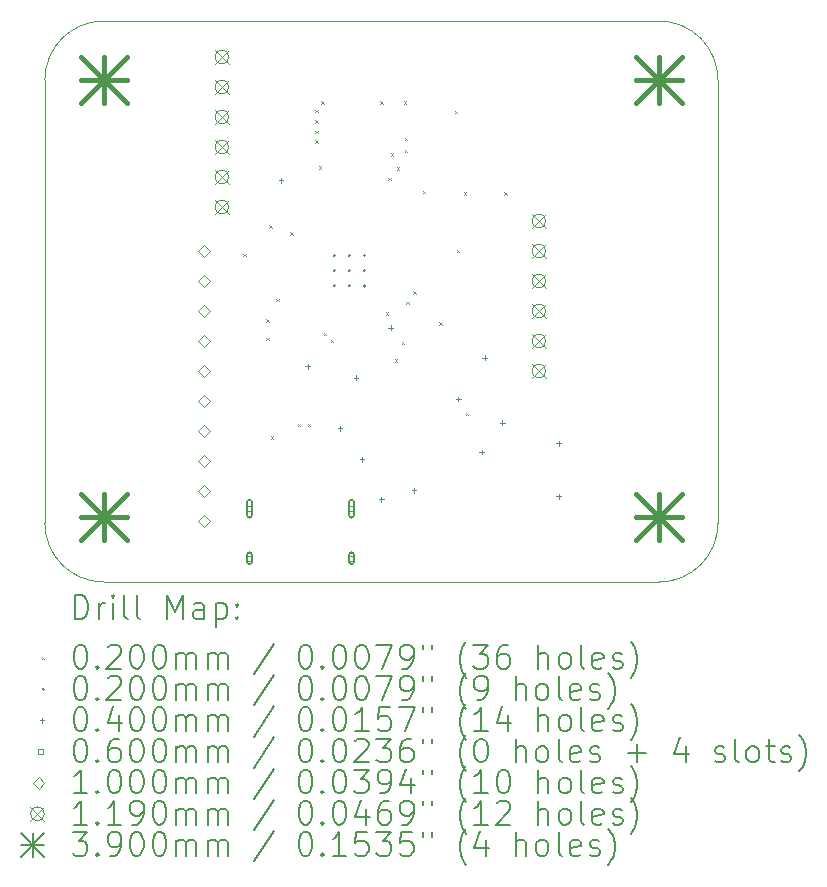
<source format=gbr>
%FSLAX45Y45*%
G04 Gerber Fmt 4.5, Leading zero omitted, Abs format (unit mm)*
G04 Created by KiCad (PCBNEW 6.0.2+dfsg-1) date 2023-01-06 20:52:03*
%MOMM*%
%LPD*%
G01*
G04 APERTURE LIST*
%TA.AperFunction,Profile*%
%ADD10C,0.050000*%
%TD*%
%ADD11C,0.200000*%
%ADD12C,0.020000*%
%ADD13C,0.040000*%
%ADD14C,0.060000*%
%ADD15C,0.100000*%
%ADD16C,0.119000*%
%ADD17C,0.390000*%
G04 APERTURE END LIST*
D10*
X7000000Y-5500000D02*
G75*
G03*
X6500000Y-6000000I0J-500000D01*
G01*
X6500000Y-9750000D02*
X6500000Y-6000000D01*
X12200000Y-6000000D02*
X12200000Y-9750000D01*
X6500000Y-9750000D02*
G75*
G03*
X7000000Y-10250000I500000J0D01*
G01*
X12200000Y-6000000D02*
G75*
G03*
X11700000Y-5500000I-500000J0D01*
G01*
X11700000Y-5500000D02*
X7000000Y-5500000D01*
X11700000Y-10250000D02*
X7000000Y-10250000D01*
X11700000Y-10250000D02*
G75*
G03*
X12200000Y-9750000I0J500000D01*
G01*
D11*
D12*
X8180000Y-7470000D02*
X8200000Y-7490000D01*
X8200000Y-7470000D02*
X8180000Y-7490000D01*
X8375000Y-8025000D02*
X8395000Y-8045000D01*
X8395000Y-8025000D02*
X8375000Y-8045000D01*
X8375000Y-8185000D02*
X8395000Y-8205000D01*
X8395000Y-8185000D02*
X8375000Y-8205000D01*
X8400000Y-7230000D02*
X8420000Y-7250000D01*
X8420000Y-7230000D02*
X8400000Y-7250000D01*
X8415000Y-9015000D02*
X8435000Y-9035000D01*
X8435000Y-9015000D02*
X8415000Y-9035000D01*
X8460000Y-7850000D02*
X8480000Y-7870000D01*
X8480000Y-7850000D02*
X8460000Y-7870000D01*
X8580000Y-7290000D02*
X8600000Y-7310000D01*
X8600000Y-7290000D02*
X8580000Y-7310000D01*
X8643700Y-8910000D02*
X8663700Y-8930000D01*
X8663700Y-8910000D02*
X8643700Y-8930000D01*
X8728700Y-8910000D02*
X8748700Y-8930000D01*
X8748700Y-8910000D02*
X8728700Y-8930000D01*
X8790000Y-6250000D02*
X8810000Y-6270000D01*
X8810000Y-6250000D02*
X8790000Y-6270000D01*
X8790000Y-6340000D02*
X8810000Y-6360000D01*
X8810000Y-6340000D02*
X8790000Y-6360000D01*
X8790000Y-6430000D02*
X8810000Y-6450000D01*
X8810000Y-6430000D02*
X8790000Y-6450000D01*
X8790000Y-6510000D02*
X8810000Y-6530000D01*
X8810000Y-6510000D02*
X8790000Y-6530000D01*
X8820000Y-6730000D02*
X8840000Y-6750000D01*
X8840000Y-6730000D02*
X8820000Y-6750000D01*
X8840000Y-6180000D02*
X8860000Y-6200000D01*
X8860000Y-6180000D02*
X8840000Y-6200000D01*
X8860837Y-8140420D02*
X8880837Y-8160420D01*
X8880837Y-8140420D02*
X8860837Y-8160420D01*
X8920941Y-8200524D02*
X8940941Y-8220524D01*
X8940941Y-8200524D02*
X8920941Y-8220524D01*
X9340000Y-6180000D02*
X9360000Y-6200000D01*
X9360000Y-6180000D02*
X9340000Y-6200000D01*
X9390000Y-7965000D02*
X9410000Y-7985000D01*
X9410000Y-7965000D02*
X9390000Y-7985000D01*
X9410000Y-6830000D02*
X9430000Y-6850000D01*
X9430000Y-6830000D02*
X9410000Y-6850000D01*
X9430000Y-6620000D02*
X9450000Y-6640000D01*
X9450000Y-6620000D02*
X9430000Y-6640000D01*
X9465000Y-8365000D02*
X9485000Y-8385000D01*
X9485000Y-8365000D02*
X9465000Y-8385000D01*
X9480000Y-6740000D02*
X9500000Y-6760000D01*
X9500000Y-6740000D02*
X9480000Y-6760000D01*
X9521964Y-8216874D02*
X9541964Y-8236874D01*
X9541964Y-8216874D02*
X9521964Y-8236874D01*
X9540000Y-6180000D02*
X9560000Y-6200000D01*
X9560000Y-6180000D02*
X9540000Y-6200000D01*
X9550000Y-6490000D02*
X9570000Y-6510000D01*
X9570000Y-6490000D02*
X9550000Y-6510000D01*
X9550000Y-6590000D02*
X9570000Y-6610000D01*
X9570000Y-6590000D02*
X9550000Y-6610000D01*
X9560000Y-7880000D02*
X9580000Y-7900000D01*
X9580000Y-7880000D02*
X9560000Y-7900000D01*
X9620000Y-7790000D02*
X9640000Y-7810000D01*
X9640000Y-7790000D02*
X9620000Y-7810000D01*
X9700000Y-6940000D02*
X9720000Y-6960000D01*
X9720000Y-6940000D02*
X9700000Y-6960000D01*
X9840000Y-8050000D02*
X9860000Y-8070000D01*
X9860000Y-8050000D02*
X9840000Y-8070000D01*
X9970000Y-6260000D02*
X9990000Y-6280000D01*
X9990000Y-6260000D02*
X9970000Y-6280000D01*
X9990000Y-7440000D02*
X10010000Y-7460000D01*
X10010000Y-7440000D02*
X9990000Y-7460000D01*
X10050000Y-6950000D02*
X10070000Y-6970000D01*
X10070000Y-6950000D02*
X10050000Y-6970000D01*
X10065000Y-8815000D02*
X10085000Y-8835000D01*
X10085000Y-8815000D02*
X10065000Y-8835000D01*
X10390000Y-6950000D02*
X10410000Y-6970000D01*
X10410000Y-6950000D02*
X10390000Y-6970000D01*
X8961500Y-7487500D02*
G75*
G03*
X8961500Y-7487500I-10000J0D01*
G01*
X8961500Y-7615000D02*
G75*
G03*
X8961500Y-7615000I-10000J0D01*
G01*
X8961500Y-7742500D02*
G75*
G03*
X8961500Y-7742500I-10000J0D01*
G01*
X9089000Y-7487500D02*
G75*
G03*
X9089000Y-7487500I-10000J0D01*
G01*
X9089000Y-7615000D02*
G75*
G03*
X9089000Y-7615000I-10000J0D01*
G01*
X9089000Y-7742500D02*
G75*
G03*
X9089000Y-7742500I-10000J0D01*
G01*
X9216500Y-7487500D02*
G75*
G03*
X9216500Y-7487500I-10000J0D01*
G01*
X9216500Y-7615000D02*
G75*
G03*
X9216500Y-7615000I-10000J0D01*
G01*
X9216500Y-7742500D02*
G75*
G03*
X9216500Y-7742500I-10000J0D01*
G01*
D13*
X8500000Y-6830000D02*
X8500000Y-6870000D01*
X8480000Y-6850000D02*
X8520000Y-6850000D01*
X8725000Y-8405000D02*
X8725000Y-8445000D01*
X8705000Y-8425000D02*
X8745000Y-8425000D01*
X9000000Y-8930000D02*
X9000000Y-8970000D01*
X8980000Y-8950000D02*
X9020000Y-8950000D01*
X9135000Y-8500000D02*
X9135000Y-8540000D01*
X9115000Y-8520000D02*
X9155000Y-8520000D01*
X9185000Y-9190000D02*
X9185000Y-9230000D01*
X9165000Y-9210000D02*
X9205000Y-9210000D01*
X9350000Y-9530000D02*
X9350000Y-9570000D01*
X9330000Y-9550000D02*
X9370000Y-9550000D01*
X9427212Y-8077788D02*
X9427212Y-8117788D01*
X9407212Y-8097788D02*
X9447212Y-8097788D01*
X9625000Y-9455000D02*
X9625000Y-9495000D01*
X9605000Y-9475000D02*
X9645000Y-9475000D01*
X10000000Y-8680000D02*
X10000000Y-8720000D01*
X9980000Y-8700000D02*
X10020000Y-8700000D01*
X10200000Y-9130000D02*
X10200000Y-9170000D01*
X10180000Y-9150000D02*
X10220000Y-9150000D01*
X10225000Y-8330000D02*
X10225000Y-8370000D01*
X10205000Y-8350000D02*
X10245000Y-8350000D01*
X10375000Y-8880000D02*
X10375000Y-8920000D01*
X10355000Y-8900000D02*
X10395000Y-8900000D01*
X10850000Y-9055000D02*
X10850000Y-9095000D01*
X10830000Y-9075000D02*
X10870000Y-9075000D01*
X10850000Y-9505000D02*
X10850000Y-9545000D01*
X10830000Y-9525000D02*
X10870000Y-9525000D01*
D14*
X8254213Y-9650713D02*
X8254213Y-9608287D01*
X8211787Y-9608287D01*
X8211787Y-9650713D01*
X8254213Y-9650713D01*
D11*
X8213000Y-9574500D02*
X8213000Y-9684500D01*
X8253000Y-9574500D02*
X8253000Y-9684500D01*
X8213000Y-9684500D02*
G75*
G03*
X8253000Y-9684500I20000J0D01*
G01*
X8253000Y-9574500D02*
G75*
G03*
X8213000Y-9574500I-20000J0D01*
G01*
D14*
X8254213Y-10068713D02*
X8254213Y-10026287D01*
X8211787Y-10026287D01*
X8211787Y-10068713D01*
X8254213Y-10068713D01*
D11*
X8213000Y-10017500D02*
X8213000Y-10077500D01*
X8253000Y-10017500D02*
X8253000Y-10077500D01*
X8213000Y-10077500D02*
G75*
G03*
X8253000Y-10077500I20000J0D01*
G01*
X8253000Y-10017500D02*
G75*
G03*
X8213000Y-10017500I-20000J0D01*
G01*
D14*
X9118213Y-9650713D02*
X9118213Y-9608287D01*
X9075787Y-9608287D01*
X9075787Y-9650713D01*
X9118213Y-9650713D01*
D11*
X9077000Y-9574500D02*
X9077000Y-9684500D01*
X9117000Y-9574500D02*
X9117000Y-9684500D01*
X9077000Y-9684500D02*
G75*
G03*
X9117000Y-9684500I20000J0D01*
G01*
X9117000Y-9574500D02*
G75*
G03*
X9077000Y-9574500I-20000J0D01*
G01*
D14*
X9118213Y-10068713D02*
X9118213Y-10026287D01*
X9075787Y-10026287D01*
X9075787Y-10068713D01*
X9118213Y-10068713D01*
D11*
X9077000Y-10017500D02*
X9077000Y-10077500D01*
X9117000Y-10017500D02*
X9117000Y-10077500D01*
X9077000Y-10077500D02*
G75*
G03*
X9117000Y-10077500I20000J0D01*
G01*
X9117000Y-10017500D02*
G75*
G03*
X9077000Y-10017500I-20000J0D01*
G01*
D15*
X7850000Y-7500000D02*
X7900000Y-7450000D01*
X7850000Y-7400000D01*
X7800000Y-7450000D01*
X7850000Y-7500000D01*
X7850000Y-7754000D02*
X7900000Y-7704000D01*
X7850000Y-7654000D01*
X7800000Y-7704000D01*
X7850000Y-7754000D01*
X7850000Y-8008000D02*
X7900000Y-7958000D01*
X7850000Y-7908000D01*
X7800000Y-7958000D01*
X7850000Y-8008000D01*
X7850000Y-8262000D02*
X7900000Y-8212000D01*
X7850000Y-8162000D01*
X7800000Y-8212000D01*
X7850000Y-8262000D01*
X7850000Y-8516000D02*
X7900000Y-8466000D01*
X7850000Y-8416000D01*
X7800000Y-8466000D01*
X7850000Y-8516000D01*
X7850000Y-8770000D02*
X7900000Y-8720000D01*
X7850000Y-8670000D01*
X7800000Y-8720000D01*
X7850000Y-8770000D01*
X7850000Y-9024000D02*
X7900000Y-8974000D01*
X7850000Y-8924000D01*
X7800000Y-8974000D01*
X7850000Y-9024000D01*
X7850000Y-9278000D02*
X7900000Y-9228000D01*
X7850000Y-9178000D01*
X7800000Y-9228000D01*
X7850000Y-9278000D01*
X7850000Y-9532000D02*
X7900000Y-9482000D01*
X7850000Y-9432000D01*
X7800000Y-9482000D01*
X7850000Y-9532000D01*
X7850000Y-9786000D02*
X7900000Y-9736000D01*
X7850000Y-9686000D01*
X7800000Y-9736000D01*
X7850000Y-9786000D01*
D16*
X7940500Y-5745500D02*
X8059500Y-5864500D01*
X8059500Y-5745500D02*
X7940500Y-5864500D01*
X8059500Y-5805000D02*
G75*
G03*
X8059500Y-5805000I-59500J0D01*
G01*
X7940500Y-5999500D02*
X8059500Y-6118500D01*
X8059500Y-5999500D02*
X7940500Y-6118500D01*
X8059500Y-6059000D02*
G75*
G03*
X8059500Y-6059000I-59500J0D01*
G01*
X7940500Y-6253500D02*
X8059500Y-6372500D01*
X8059500Y-6253500D02*
X7940500Y-6372500D01*
X8059500Y-6313000D02*
G75*
G03*
X8059500Y-6313000I-59500J0D01*
G01*
X7940500Y-6507500D02*
X8059500Y-6626500D01*
X8059500Y-6507500D02*
X7940500Y-6626500D01*
X8059500Y-6567000D02*
G75*
G03*
X8059500Y-6567000I-59500J0D01*
G01*
X7940500Y-6761500D02*
X8059500Y-6880500D01*
X8059500Y-6761500D02*
X7940500Y-6880500D01*
X8059500Y-6821000D02*
G75*
G03*
X8059500Y-6821000I-59500J0D01*
G01*
X7940500Y-7015500D02*
X8059500Y-7134500D01*
X8059500Y-7015500D02*
X7940500Y-7134500D01*
X8059500Y-7075000D02*
G75*
G03*
X8059500Y-7075000I-59500J0D01*
G01*
X10623700Y-7134100D02*
X10742700Y-7253100D01*
X10742700Y-7134100D02*
X10623700Y-7253100D01*
X10742700Y-7193600D02*
G75*
G03*
X10742700Y-7193600I-59500J0D01*
G01*
X10623700Y-7388100D02*
X10742700Y-7507100D01*
X10742700Y-7388100D02*
X10623700Y-7507100D01*
X10742700Y-7447600D02*
G75*
G03*
X10742700Y-7447600I-59500J0D01*
G01*
X10623700Y-7642100D02*
X10742700Y-7761100D01*
X10742700Y-7642100D02*
X10623700Y-7761100D01*
X10742700Y-7701600D02*
G75*
G03*
X10742700Y-7701600I-59500J0D01*
G01*
X10623700Y-7896100D02*
X10742700Y-8015100D01*
X10742700Y-7896100D02*
X10623700Y-8015100D01*
X10742700Y-7955600D02*
G75*
G03*
X10742700Y-7955600I-59500J0D01*
G01*
X10623700Y-8150100D02*
X10742700Y-8269100D01*
X10742700Y-8150100D02*
X10623700Y-8269100D01*
X10742700Y-8209600D02*
G75*
G03*
X10742700Y-8209600I-59500J0D01*
G01*
X10623700Y-8404100D02*
X10742700Y-8523100D01*
X10742700Y-8404100D02*
X10623700Y-8523100D01*
X10742700Y-8463600D02*
G75*
G03*
X10742700Y-8463600I-59500J0D01*
G01*
D17*
X6805000Y-5805000D02*
X7195000Y-6195000D01*
X7195000Y-5805000D02*
X6805000Y-6195000D01*
X7000000Y-5805000D02*
X7000000Y-6195000D01*
X6805000Y-6000000D02*
X7195000Y-6000000D01*
X6805000Y-9505000D02*
X7195000Y-9895000D01*
X7195000Y-9505000D02*
X6805000Y-9895000D01*
X7000000Y-9505000D02*
X7000000Y-9895000D01*
X6805000Y-9700000D02*
X7195000Y-9700000D01*
X11505000Y-5805000D02*
X11895000Y-6195000D01*
X11895000Y-5805000D02*
X11505000Y-6195000D01*
X11700000Y-5805000D02*
X11700000Y-6195000D01*
X11505000Y-6000000D02*
X11895000Y-6000000D01*
X11505000Y-9505000D02*
X11895000Y-9895000D01*
X11895000Y-9505000D02*
X11505000Y-9895000D01*
X11700000Y-9505000D02*
X11700000Y-9895000D01*
X11505000Y-9700000D02*
X11895000Y-9700000D01*
D11*
X6755119Y-10562976D02*
X6755119Y-10362976D01*
X6802738Y-10362976D01*
X6831309Y-10372500D01*
X6850357Y-10391548D01*
X6859881Y-10410595D01*
X6869405Y-10448690D01*
X6869405Y-10477262D01*
X6859881Y-10515357D01*
X6850357Y-10534405D01*
X6831309Y-10553452D01*
X6802738Y-10562976D01*
X6755119Y-10562976D01*
X6955119Y-10562976D02*
X6955119Y-10429643D01*
X6955119Y-10467738D02*
X6964643Y-10448690D01*
X6974167Y-10439167D01*
X6993214Y-10429643D01*
X7012262Y-10429643D01*
X7078928Y-10562976D02*
X7078928Y-10429643D01*
X7078928Y-10362976D02*
X7069405Y-10372500D01*
X7078928Y-10382024D01*
X7088452Y-10372500D01*
X7078928Y-10362976D01*
X7078928Y-10382024D01*
X7202738Y-10562976D02*
X7183690Y-10553452D01*
X7174167Y-10534405D01*
X7174167Y-10362976D01*
X7307500Y-10562976D02*
X7288452Y-10553452D01*
X7278928Y-10534405D01*
X7278928Y-10362976D01*
X7536071Y-10562976D02*
X7536071Y-10362976D01*
X7602738Y-10505833D01*
X7669405Y-10362976D01*
X7669405Y-10562976D01*
X7850357Y-10562976D02*
X7850357Y-10458214D01*
X7840833Y-10439167D01*
X7821786Y-10429643D01*
X7783690Y-10429643D01*
X7764643Y-10439167D01*
X7850357Y-10553452D02*
X7831309Y-10562976D01*
X7783690Y-10562976D01*
X7764643Y-10553452D01*
X7755119Y-10534405D01*
X7755119Y-10515357D01*
X7764643Y-10496310D01*
X7783690Y-10486786D01*
X7831309Y-10486786D01*
X7850357Y-10477262D01*
X7945595Y-10429643D02*
X7945595Y-10629643D01*
X7945595Y-10439167D02*
X7964643Y-10429643D01*
X8002738Y-10429643D01*
X8021786Y-10439167D01*
X8031309Y-10448690D01*
X8040833Y-10467738D01*
X8040833Y-10524881D01*
X8031309Y-10543929D01*
X8021786Y-10553452D01*
X8002738Y-10562976D01*
X7964643Y-10562976D01*
X7945595Y-10553452D01*
X8126548Y-10543929D02*
X8136071Y-10553452D01*
X8126548Y-10562976D01*
X8117024Y-10553452D01*
X8126548Y-10543929D01*
X8126548Y-10562976D01*
X8126548Y-10439167D02*
X8136071Y-10448690D01*
X8126548Y-10458214D01*
X8117024Y-10448690D01*
X8126548Y-10439167D01*
X8126548Y-10458214D01*
D12*
X6477500Y-10882500D02*
X6497500Y-10902500D01*
X6497500Y-10882500D02*
X6477500Y-10902500D01*
D11*
X6793214Y-10782976D02*
X6812262Y-10782976D01*
X6831309Y-10792500D01*
X6840833Y-10802024D01*
X6850357Y-10821071D01*
X6859881Y-10859167D01*
X6859881Y-10906786D01*
X6850357Y-10944881D01*
X6840833Y-10963929D01*
X6831309Y-10973452D01*
X6812262Y-10982976D01*
X6793214Y-10982976D01*
X6774167Y-10973452D01*
X6764643Y-10963929D01*
X6755119Y-10944881D01*
X6745595Y-10906786D01*
X6745595Y-10859167D01*
X6755119Y-10821071D01*
X6764643Y-10802024D01*
X6774167Y-10792500D01*
X6793214Y-10782976D01*
X6945595Y-10963929D02*
X6955119Y-10973452D01*
X6945595Y-10982976D01*
X6936071Y-10973452D01*
X6945595Y-10963929D01*
X6945595Y-10982976D01*
X7031309Y-10802024D02*
X7040833Y-10792500D01*
X7059881Y-10782976D01*
X7107500Y-10782976D01*
X7126548Y-10792500D01*
X7136071Y-10802024D01*
X7145595Y-10821071D01*
X7145595Y-10840119D01*
X7136071Y-10868690D01*
X7021786Y-10982976D01*
X7145595Y-10982976D01*
X7269405Y-10782976D02*
X7288452Y-10782976D01*
X7307500Y-10792500D01*
X7317024Y-10802024D01*
X7326548Y-10821071D01*
X7336071Y-10859167D01*
X7336071Y-10906786D01*
X7326548Y-10944881D01*
X7317024Y-10963929D01*
X7307500Y-10973452D01*
X7288452Y-10982976D01*
X7269405Y-10982976D01*
X7250357Y-10973452D01*
X7240833Y-10963929D01*
X7231309Y-10944881D01*
X7221786Y-10906786D01*
X7221786Y-10859167D01*
X7231309Y-10821071D01*
X7240833Y-10802024D01*
X7250357Y-10792500D01*
X7269405Y-10782976D01*
X7459881Y-10782976D02*
X7478928Y-10782976D01*
X7497976Y-10792500D01*
X7507500Y-10802024D01*
X7517024Y-10821071D01*
X7526548Y-10859167D01*
X7526548Y-10906786D01*
X7517024Y-10944881D01*
X7507500Y-10963929D01*
X7497976Y-10973452D01*
X7478928Y-10982976D01*
X7459881Y-10982976D01*
X7440833Y-10973452D01*
X7431309Y-10963929D01*
X7421786Y-10944881D01*
X7412262Y-10906786D01*
X7412262Y-10859167D01*
X7421786Y-10821071D01*
X7431309Y-10802024D01*
X7440833Y-10792500D01*
X7459881Y-10782976D01*
X7612262Y-10982976D02*
X7612262Y-10849643D01*
X7612262Y-10868690D02*
X7621786Y-10859167D01*
X7640833Y-10849643D01*
X7669405Y-10849643D01*
X7688452Y-10859167D01*
X7697976Y-10878214D01*
X7697976Y-10982976D01*
X7697976Y-10878214D02*
X7707500Y-10859167D01*
X7726548Y-10849643D01*
X7755119Y-10849643D01*
X7774167Y-10859167D01*
X7783690Y-10878214D01*
X7783690Y-10982976D01*
X7878928Y-10982976D02*
X7878928Y-10849643D01*
X7878928Y-10868690D02*
X7888452Y-10859167D01*
X7907500Y-10849643D01*
X7936071Y-10849643D01*
X7955119Y-10859167D01*
X7964643Y-10878214D01*
X7964643Y-10982976D01*
X7964643Y-10878214D02*
X7974167Y-10859167D01*
X7993214Y-10849643D01*
X8021786Y-10849643D01*
X8040833Y-10859167D01*
X8050357Y-10878214D01*
X8050357Y-10982976D01*
X8440833Y-10773452D02*
X8269405Y-11030595D01*
X8697976Y-10782976D02*
X8717024Y-10782976D01*
X8736071Y-10792500D01*
X8745595Y-10802024D01*
X8755119Y-10821071D01*
X8764643Y-10859167D01*
X8764643Y-10906786D01*
X8755119Y-10944881D01*
X8745595Y-10963929D01*
X8736071Y-10973452D01*
X8717024Y-10982976D01*
X8697976Y-10982976D01*
X8678929Y-10973452D01*
X8669405Y-10963929D01*
X8659881Y-10944881D01*
X8650357Y-10906786D01*
X8650357Y-10859167D01*
X8659881Y-10821071D01*
X8669405Y-10802024D01*
X8678929Y-10792500D01*
X8697976Y-10782976D01*
X8850357Y-10963929D02*
X8859881Y-10973452D01*
X8850357Y-10982976D01*
X8840833Y-10973452D01*
X8850357Y-10963929D01*
X8850357Y-10982976D01*
X8983690Y-10782976D02*
X9002738Y-10782976D01*
X9021786Y-10792500D01*
X9031310Y-10802024D01*
X9040833Y-10821071D01*
X9050357Y-10859167D01*
X9050357Y-10906786D01*
X9040833Y-10944881D01*
X9031310Y-10963929D01*
X9021786Y-10973452D01*
X9002738Y-10982976D01*
X8983690Y-10982976D01*
X8964643Y-10973452D01*
X8955119Y-10963929D01*
X8945595Y-10944881D01*
X8936071Y-10906786D01*
X8936071Y-10859167D01*
X8945595Y-10821071D01*
X8955119Y-10802024D01*
X8964643Y-10792500D01*
X8983690Y-10782976D01*
X9174167Y-10782976D02*
X9193214Y-10782976D01*
X9212262Y-10792500D01*
X9221786Y-10802024D01*
X9231310Y-10821071D01*
X9240833Y-10859167D01*
X9240833Y-10906786D01*
X9231310Y-10944881D01*
X9221786Y-10963929D01*
X9212262Y-10973452D01*
X9193214Y-10982976D01*
X9174167Y-10982976D01*
X9155119Y-10973452D01*
X9145595Y-10963929D01*
X9136071Y-10944881D01*
X9126548Y-10906786D01*
X9126548Y-10859167D01*
X9136071Y-10821071D01*
X9145595Y-10802024D01*
X9155119Y-10792500D01*
X9174167Y-10782976D01*
X9307500Y-10782976D02*
X9440833Y-10782976D01*
X9355119Y-10982976D01*
X9526548Y-10982976D02*
X9564643Y-10982976D01*
X9583690Y-10973452D01*
X9593214Y-10963929D01*
X9612262Y-10935357D01*
X9621786Y-10897262D01*
X9621786Y-10821071D01*
X9612262Y-10802024D01*
X9602738Y-10792500D01*
X9583690Y-10782976D01*
X9545595Y-10782976D01*
X9526548Y-10792500D01*
X9517024Y-10802024D01*
X9507500Y-10821071D01*
X9507500Y-10868690D01*
X9517024Y-10887738D01*
X9526548Y-10897262D01*
X9545595Y-10906786D01*
X9583690Y-10906786D01*
X9602738Y-10897262D01*
X9612262Y-10887738D01*
X9621786Y-10868690D01*
X9697976Y-10782976D02*
X9697976Y-10821071D01*
X9774167Y-10782976D02*
X9774167Y-10821071D01*
X10069405Y-11059167D02*
X10059881Y-11049643D01*
X10040833Y-11021071D01*
X10031310Y-11002024D01*
X10021786Y-10973452D01*
X10012262Y-10925833D01*
X10012262Y-10887738D01*
X10021786Y-10840119D01*
X10031310Y-10811548D01*
X10040833Y-10792500D01*
X10059881Y-10763929D01*
X10069405Y-10754405D01*
X10126548Y-10782976D02*
X10250357Y-10782976D01*
X10183690Y-10859167D01*
X10212262Y-10859167D01*
X10231310Y-10868690D01*
X10240833Y-10878214D01*
X10250357Y-10897262D01*
X10250357Y-10944881D01*
X10240833Y-10963929D01*
X10231310Y-10973452D01*
X10212262Y-10982976D01*
X10155119Y-10982976D01*
X10136071Y-10973452D01*
X10126548Y-10963929D01*
X10421786Y-10782976D02*
X10383690Y-10782976D01*
X10364643Y-10792500D01*
X10355119Y-10802024D01*
X10336071Y-10830595D01*
X10326548Y-10868690D01*
X10326548Y-10944881D01*
X10336071Y-10963929D01*
X10345595Y-10973452D01*
X10364643Y-10982976D01*
X10402738Y-10982976D01*
X10421786Y-10973452D01*
X10431310Y-10963929D01*
X10440833Y-10944881D01*
X10440833Y-10897262D01*
X10431310Y-10878214D01*
X10421786Y-10868690D01*
X10402738Y-10859167D01*
X10364643Y-10859167D01*
X10345595Y-10868690D01*
X10336071Y-10878214D01*
X10326548Y-10897262D01*
X10678929Y-10982976D02*
X10678929Y-10782976D01*
X10764643Y-10982976D02*
X10764643Y-10878214D01*
X10755119Y-10859167D01*
X10736071Y-10849643D01*
X10707500Y-10849643D01*
X10688452Y-10859167D01*
X10678929Y-10868690D01*
X10888452Y-10982976D02*
X10869405Y-10973452D01*
X10859881Y-10963929D01*
X10850357Y-10944881D01*
X10850357Y-10887738D01*
X10859881Y-10868690D01*
X10869405Y-10859167D01*
X10888452Y-10849643D01*
X10917024Y-10849643D01*
X10936071Y-10859167D01*
X10945595Y-10868690D01*
X10955119Y-10887738D01*
X10955119Y-10944881D01*
X10945595Y-10963929D01*
X10936071Y-10973452D01*
X10917024Y-10982976D01*
X10888452Y-10982976D01*
X11069405Y-10982976D02*
X11050357Y-10973452D01*
X11040833Y-10954405D01*
X11040833Y-10782976D01*
X11221786Y-10973452D02*
X11202738Y-10982976D01*
X11164643Y-10982976D01*
X11145595Y-10973452D01*
X11136071Y-10954405D01*
X11136071Y-10878214D01*
X11145595Y-10859167D01*
X11164643Y-10849643D01*
X11202738Y-10849643D01*
X11221786Y-10859167D01*
X11231309Y-10878214D01*
X11231309Y-10897262D01*
X11136071Y-10916310D01*
X11307500Y-10973452D02*
X11326548Y-10982976D01*
X11364643Y-10982976D01*
X11383690Y-10973452D01*
X11393214Y-10954405D01*
X11393214Y-10944881D01*
X11383690Y-10925833D01*
X11364643Y-10916310D01*
X11336071Y-10916310D01*
X11317024Y-10906786D01*
X11307500Y-10887738D01*
X11307500Y-10878214D01*
X11317024Y-10859167D01*
X11336071Y-10849643D01*
X11364643Y-10849643D01*
X11383690Y-10859167D01*
X11459881Y-11059167D02*
X11469405Y-11049643D01*
X11488452Y-11021071D01*
X11497976Y-11002024D01*
X11507500Y-10973452D01*
X11517024Y-10925833D01*
X11517024Y-10887738D01*
X11507500Y-10840119D01*
X11497976Y-10811548D01*
X11488452Y-10792500D01*
X11469405Y-10763929D01*
X11459881Y-10754405D01*
D12*
X6497500Y-11156500D02*
G75*
G03*
X6497500Y-11156500I-10000J0D01*
G01*
D11*
X6793214Y-11046976D02*
X6812262Y-11046976D01*
X6831309Y-11056500D01*
X6840833Y-11066024D01*
X6850357Y-11085071D01*
X6859881Y-11123167D01*
X6859881Y-11170786D01*
X6850357Y-11208881D01*
X6840833Y-11227928D01*
X6831309Y-11237452D01*
X6812262Y-11246976D01*
X6793214Y-11246976D01*
X6774167Y-11237452D01*
X6764643Y-11227928D01*
X6755119Y-11208881D01*
X6745595Y-11170786D01*
X6745595Y-11123167D01*
X6755119Y-11085071D01*
X6764643Y-11066024D01*
X6774167Y-11056500D01*
X6793214Y-11046976D01*
X6945595Y-11227928D02*
X6955119Y-11237452D01*
X6945595Y-11246976D01*
X6936071Y-11237452D01*
X6945595Y-11227928D01*
X6945595Y-11246976D01*
X7031309Y-11066024D02*
X7040833Y-11056500D01*
X7059881Y-11046976D01*
X7107500Y-11046976D01*
X7126548Y-11056500D01*
X7136071Y-11066024D01*
X7145595Y-11085071D01*
X7145595Y-11104119D01*
X7136071Y-11132690D01*
X7021786Y-11246976D01*
X7145595Y-11246976D01*
X7269405Y-11046976D02*
X7288452Y-11046976D01*
X7307500Y-11056500D01*
X7317024Y-11066024D01*
X7326548Y-11085071D01*
X7336071Y-11123167D01*
X7336071Y-11170786D01*
X7326548Y-11208881D01*
X7317024Y-11227928D01*
X7307500Y-11237452D01*
X7288452Y-11246976D01*
X7269405Y-11246976D01*
X7250357Y-11237452D01*
X7240833Y-11227928D01*
X7231309Y-11208881D01*
X7221786Y-11170786D01*
X7221786Y-11123167D01*
X7231309Y-11085071D01*
X7240833Y-11066024D01*
X7250357Y-11056500D01*
X7269405Y-11046976D01*
X7459881Y-11046976D02*
X7478928Y-11046976D01*
X7497976Y-11056500D01*
X7507500Y-11066024D01*
X7517024Y-11085071D01*
X7526548Y-11123167D01*
X7526548Y-11170786D01*
X7517024Y-11208881D01*
X7507500Y-11227928D01*
X7497976Y-11237452D01*
X7478928Y-11246976D01*
X7459881Y-11246976D01*
X7440833Y-11237452D01*
X7431309Y-11227928D01*
X7421786Y-11208881D01*
X7412262Y-11170786D01*
X7412262Y-11123167D01*
X7421786Y-11085071D01*
X7431309Y-11066024D01*
X7440833Y-11056500D01*
X7459881Y-11046976D01*
X7612262Y-11246976D02*
X7612262Y-11113643D01*
X7612262Y-11132690D02*
X7621786Y-11123167D01*
X7640833Y-11113643D01*
X7669405Y-11113643D01*
X7688452Y-11123167D01*
X7697976Y-11142214D01*
X7697976Y-11246976D01*
X7697976Y-11142214D02*
X7707500Y-11123167D01*
X7726548Y-11113643D01*
X7755119Y-11113643D01*
X7774167Y-11123167D01*
X7783690Y-11142214D01*
X7783690Y-11246976D01*
X7878928Y-11246976D02*
X7878928Y-11113643D01*
X7878928Y-11132690D02*
X7888452Y-11123167D01*
X7907500Y-11113643D01*
X7936071Y-11113643D01*
X7955119Y-11123167D01*
X7964643Y-11142214D01*
X7964643Y-11246976D01*
X7964643Y-11142214D02*
X7974167Y-11123167D01*
X7993214Y-11113643D01*
X8021786Y-11113643D01*
X8040833Y-11123167D01*
X8050357Y-11142214D01*
X8050357Y-11246976D01*
X8440833Y-11037452D02*
X8269405Y-11294595D01*
X8697976Y-11046976D02*
X8717024Y-11046976D01*
X8736071Y-11056500D01*
X8745595Y-11066024D01*
X8755119Y-11085071D01*
X8764643Y-11123167D01*
X8764643Y-11170786D01*
X8755119Y-11208881D01*
X8745595Y-11227928D01*
X8736071Y-11237452D01*
X8717024Y-11246976D01*
X8697976Y-11246976D01*
X8678929Y-11237452D01*
X8669405Y-11227928D01*
X8659881Y-11208881D01*
X8650357Y-11170786D01*
X8650357Y-11123167D01*
X8659881Y-11085071D01*
X8669405Y-11066024D01*
X8678929Y-11056500D01*
X8697976Y-11046976D01*
X8850357Y-11227928D02*
X8859881Y-11237452D01*
X8850357Y-11246976D01*
X8840833Y-11237452D01*
X8850357Y-11227928D01*
X8850357Y-11246976D01*
X8983690Y-11046976D02*
X9002738Y-11046976D01*
X9021786Y-11056500D01*
X9031310Y-11066024D01*
X9040833Y-11085071D01*
X9050357Y-11123167D01*
X9050357Y-11170786D01*
X9040833Y-11208881D01*
X9031310Y-11227928D01*
X9021786Y-11237452D01*
X9002738Y-11246976D01*
X8983690Y-11246976D01*
X8964643Y-11237452D01*
X8955119Y-11227928D01*
X8945595Y-11208881D01*
X8936071Y-11170786D01*
X8936071Y-11123167D01*
X8945595Y-11085071D01*
X8955119Y-11066024D01*
X8964643Y-11056500D01*
X8983690Y-11046976D01*
X9174167Y-11046976D02*
X9193214Y-11046976D01*
X9212262Y-11056500D01*
X9221786Y-11066024D01*
X9231310Y-11085071D01*
X9240833Y-11123167D01*
X9240833Y-11170786D01*
X9231310Y-11208881D01*
X9221786Y-11227928D01*
X9212262Y-11237452D01*
X9193214Y-11246976D01*
X9174167Y-11246976D01*
X9155119Y-11237452D01*
X9145595Y-11227928D01*
X9136071Y-11208881D01*
X9126548Y-11170786D01*
X9126548Y-11123167D01*
X9136071Y-11085071D01*
X9145595Y-11066024D01*
X9155119Y-11056500D01*
X9174167Y-11046976D01*
X9307500Y-11046976D02*
X9440833Y-11046976D01*
X9355119Y-11246976D01*
X9526548Y-11246976D02*
X9564643Y-11246976D01*
X9583690Y-11237452D01*
X9593214Y-11227928D01*
X9612262Y-11199357D01*
X9621786Y-11161262D01*
X9621786Y-11085071D01*
X9612262Y-11066024D01*
X9602738Y-11056500D01*
X9583690Y-11046976D01*
X9545595Y-11046976D01*
X9526548Y-11056500D01*
X9517024Y-11066024D01*
X9507500Y-11085071D01*
X9507500Y-11132690D01*
X9517024Y-11151738D01*
X9526548Y-11161262D01*
X9545595Y-11170786D01*
X9583690Y-11170786D01*
X9602738Y-11161262D01*
X9612262Y-11151738D01*
X9621786Y-11132690D01*
X9697976Y-11046976D02*
X9697976Y-11085071D01*
X9774167Y-11046976D02*
X9774167Y-11085071D01*
X10069405Y-11323167D02*
X10059881Y-11313643D01*
X10040833Y-11285071D01*
X10031310Y-11266024D01*
X10021786Y-11237452D01*
X10012262Y-11189833D01*
X10012262Y-11151738D01*
X10021786Y-11104119D01*
X10031310Y-11075548D01*
X10040833Y-11056500D01*
X10059881Y-11027929D01*
X10069405Y-11018405D01*
X10155119Y-11246976D02*
X10193214Y-11246976D01*
X10212262Y-11237452D01*
X10221786Y-11227928D01*
X10240833Y-11199357D01*
X10250357Y-11161262D01*
X10250357Y-11085071D01*
X10240833Y-11066024D01*
X10231310Y-11056500D01*
X10212262Y-11046976D01*
X10174167Y-11046976D01*
X10155119Y-11056500D01*
X10145595Y-11066024D01*
X10136071Y-11085071D01*
X10136071Y-11132690D01*
X10145595Y-11151738D01*
X10155119Y-11161262D01*
X10174167Y-11170786D01*
X10212262Y-11170786D01*
X10231310Y-11161262D01*
X10240833Y-11151738D01*
X10250357Y-11132690D01*
X10488452Y-11246976D02*
X10488452Y-11046976D01*
X10574167Y-11246976D02*
X10574167Y-11142214D01*
X10564643Y-11123167D01*
X10545595Y-11113643D01*
X10517024Y-11113643D01*
X10497976Y-11123167D01*
X10488452Y-11132690D01*
X10697976Y-11246976D02*
X10678929Y-11237452D01*
X10669405Y-11227928D01*
X10659881Y-11208881D01*
X10659881Y-11151738D01*
X10669405Y-11132690D01*
X10678929Y-11123167D01*
X10697976Y-11113643D01*
X10726548Y-11113643D01*
X10745595Y-11123167D01*
X10755119Y-11132690D01*
X10764643Y-11151738D01*
X10764643Y-11208881D01*
X10755119Y-11227928D01*
X10745595Y-11237452D01*
X10726548Y-11246976D01*
X10697976Y-11246976D01*
X10878929Y-11246976D02*
X10859881Y-11237452D01*
X10850357Y-11218405D01*
X10850357Y-11046976D01*
X11031310Y-11237452D02*
X11012262Y-11246976D01*
X10974167Y-11246976D01*
X10955119Y-11237452D01*
X10945595Y-11218405D01*
X10945595Y-11142214D01*
X10955119Y-11123167D01*
X10974167Y-11113643D01*
X11012262Y-11113643D01*
X11031310Y-11123167D01*
X11040833Y-11142214D01*
X11040833Y-11161262D01*
X10945595Y-11180310D01*
X11117024Y-11237452D02*
X11136071Y-11246976D01*
X11174167Y-11246976D01*
X11193214Y-11237452D01*
X11202738Y-11218405D01*
X11202738Y-11208881D01*
X11193214Y-11189833D01*
X11174167Y-11180310D01*
X11145595Y-11180310D01*
X11126548Y-11170786D01*
X11117024Y-11151738D01*
X11117024Y-11142214D01*
X11126548Y-11123167D01*
X11145595Y-11113643D01*
X11174167Y-11113643D01*
X11193214Y-11123167D01*
X11269405Y-11323167D02*
X11278928Y-11313643D01*
X11297976Y-11285071D01*
X11307500Y-11266024D01*
X11317024Y-11237452D01*
X11326548Y-11189833D01*
X11326548Y-11151738D01*
X11317024Y-11104119D01*
X11307500Y-11075548D01*
X11297976Y-11056500D01*
X11278928Y-11027929D01*
X11269405Y-11018405D01*
D13*
X6477500Y-11400500D02*
X6477500Y-11440500D01*
X6457500Y-11420500D02*
X6497500Y-11420500D01*
D11*
X6793214Y-11310976D02*
X6812262Y-11310976D01*
X6831309Y-11320500D01*
X6840833Y-11330024D01*
X6850357Y-11349071D01*
X6859881Y-11387167D01*
X6859881Y-11434786D01*
X6850357Y-11472881D01*
X6840833Y-11491928D01*
X6831309Y-11501452D01*
X6812262Y-11510976D01*
X6793214Y-11510976D01*
X6774167Y-11501452D01*
X6764643Y-11491928D01*
X6755119Y-11472881D01*
X6745595Y-11434786D01*
X6745595Y-11387167D01*
X6755119Y-11349071D01*
X6764643Y-11330024D01*
X6774167Y-11320500D01*
X6793214Y-11310976D01*
X6945595Y-11491928D02*
X6955119Y-11501452D01*
X6945595Y-11510976D01*
X6936071Y-11501452D01*
X6945595Y-11491928D01*
X6945595Y-11510976D01*
X7126548Y-11377643D02*
X7126548Y-11510976D01*
X7078928Y-11301452D02*
X7031309Y-11444309D01*
X7155119Y-11444309D01*
X7269405Y-11310976D02*
X7288452Y-11310976D01*
X7307500Y-11320500D01*
X7317024Y-11330024D01*
X7326548Y-11349071D01*
X7336071Y-11387167D01*
X7336071Y-11434786D01*
X7326548Y-11472881D01*
X7317024Y-11491928D01*
X7307500Y-11501452D01*
X7288452Y-11510976D01*
X7269405Y-11510976D01*
X7250357Y-11501452D01*
X7240833Y-11491928D01*
X7231309Y-11472881D01*
X7221786Y-11434786D01*
X7221786Y-11387167D01*
X7231309Y-11349071D01*
X7240833Y-11330024D01*
X7250357Y-11320500D01*
X7269405Y-11310976D01*
X7459881Y-11310976D02*
X7478928Y-11310976D01*
X7497976Y-11320500D01*
X7507500Y-11330024D01*
X7517024Y-11349071D01*
X7526548Y-11387167D01*
X7526548Y-11434786D01*
X7517024Y-11472881D01*
X7507500Y-11491928D01*
X7497976Y-11501452D01*
X7478928Y-11510976D01*
X7459881Y-11510976D01*
X7440833Y-11501452D01*
X7431309Y-11491928D01*
X7421786Y-11472881D01*
X7412262Y-11434786D01*
X7412262Y-11387167D01*
X7421786Y-11349071D01*
X7431309Y-11330024D01*
X7440833Y-11320500D01*
X7459881Y-11310976D01*
X7612262Y-11510976D02*
X7612262Y-11377643D01*
X7612262Y-11396690D02*
X7621786Y-11387167D01*
X7640833Y-11377643D01*
X7669405Y-11377643D01*
X7688452Y-11387167D01*
X7697976Y-11406214D01*
X7697976Y-11510976D01*
X7697976Y-11406214D02*
X7707500Y-11387167D01*
X7726548Y-11377643D01*
X7755119Y-11377643D01*
X7774167Y-11387167D01*
X7783690Y-11406214D01*
X7783690Y-11510976D01*
X7878928Y-11510976D02*
X7878928Y-11377643D01*
X7878928Y-11396690D02*
X7888452Y-11387167D01*
X7907500Y-11377643D01*
X7936071Y-11377643D01*
X7955119Y-11387167D01*
X7964643Y-11406214D01*
X7964643Y-11510976D01*
X7964643Y-11406214D02*
X7974167Y-11387167D01*
X7993214Y-11377643D01*
X8021786Y-11377643D01*
X8040833Y-11387167D01*
X8050357Y-11406214D01*
X8050357Y-11510976D01*
X8440833Y-11301452D02*
X8269405Y-11558595D01*
X8697976Y-11310976D02*
X8717024Y-11310976D01*
X8736071Y-11320500D01*
X8745595Y-11330024D01*
X8755119Y-11349071D01*
X8764643Y-11387167D01*
X8764643Y-11434786D01*
X8755119Y-11472881D01*
X8745595Y-11491928D01*
X8736071Y-11501452D01*
X8717024Y-11510976D01*
X8697976Y-11510976D01*
X8678929Y-11501452D01*
X8669405Y-11491928D01*
X8659881Y-11472881D01*
X8650357Y-11434786D01*
X8650357Y-11387167D01*
X8659881Y-11349071D01*
X8669405Y-11330024D01*
X8678929Y-11320500D01*
X8697976Y-11310976D01*
X8850357Y-11491928D02*
X8859881Y-11501452D01*
X8850357Y-11510976D01*
X8840833Y-11501452D01*
X8850357Y-11491928D01*
X8850357Y-11510976D01*
X8983690Y-11310976D02*
X9002738Y-11310976D01*
X9021786Y-11320500D01*
X9031310Y-11330024D01*
X9040833Y-11349071D01*
X9050357Y-11387167D01*
X9050357Y-11434786D01*
X9040833Y-11472881D01*
X9031310Y-11491928D01*
X9021786Y-11501452D01*
X9002738Y-11510976D01*
X8983690Y-11510976D01*
X8964643Y-11501452D01*
X8955119Y-11491928D01*
X8945595Y-11472881D01*
X8936071Y-11434786D01*
X8936071Y-11387167D01*
X8945595Y-11349071D01*
X8955119Y-11330024D01*
X8964643Y-11320500D01*
X8983690Y-11310976D01*
X9240833Y-11510976D02*
X9126548Y-11510976D01*
X9183690Y-11510976D02*
X9183690Y-11310976D01*
X9164643Y-11339548D01*
X9145595Y-11358595D01*
X9126548Y-11368119D01*
X9421786Y-11310976D02*
X9326548Y-11310976D01*
X9317024Y-11406214D01*
X9326548Y-11396690D01*
X9345595Y-11387167D01*
X9393214Y-11387167D01*
X9412262Y-11396690D01*
X9421786Y-11406214D01*
X9431310Y-11425262D01*
X9431310Y-11472881D01*
X9421786Y-11491928D01*
X9412262Y-11501452D01*
X9393214Y-11510976D01*
X9345595Y-11510976D01*
X9326548Y-11501452D01*
X9317024Y-11491928D01*
X9497976Y-11310976D02*
X9631310Y-11310976D01*
X9545595Y-11510976D01*
X9697976Y-11310976D02*
X9697976Y-11349071D01*
X9774167Y-11310976D02*
X9774167Y-11349071D01*
X10069405Y-11587167D02*
X10059881Y-11577643D01*
X10040833Y-11549071D01*
X10031310Y-11530024D01*
X10021786Y-11501452D01*
X10012262Y-11453833D01*
X10012262Y-11415738D01*
X10021786Y-11368119D01*
X10031310Y-11339548D01*
X10040833Y-11320500D01*
X10059881Y-11291928D01*
X10069405Y-11282405D01*
X10250357Y-11510976D02*
X10136071Y-11510976D01*
X10193214Y-11510976D02*
X10193214Y-11310976D01*
X10174167Y-11339548D01*
X10155119Y-11358595D01*
X10136071Y-11368119D01*
X10421786Y-11377643D02*
X10421786Y-11510976D01*
X10374167Y-11301452D02*
X10326548Y-11444309D01*
X10450357Y-11444309D01*
X10678929Y-11510976D02*
X10678929Y-11310976D01*
X10764643Y-11510976D02*
X10764643Y-11406214D01*
X10755119Y-11387167D01*
X10736071Y-11377643D01*
X10707500Y-11377643D01*
X10688452Y-11387167D01*
X10678929Y-11396690D01*
X10888452Y-11510976D02*
X10869405Y-11501452D01*
X10859881Y-11491928D01*
X10850357Y-11472881D01*
X10850357Y-11415738D01*
X10859881Y-11396690D01*
X10869405Y-11387167D01*
X10888452Y-11377643D01*
X10917024Y-11377643D01*
X10936071Y-11387167D01*
X10945595Y-11396690D01*
X10955119Y-11415738D01*
X10955119Y-11472881D01*
X10945595Y-11491928D01*
X10936071Y-11501452D01*
X10917024Y-11510976D01*
X10888452Y-11510976D01*
X11069405Y-11510976D02*
X11050357Y-11501452D01*
X11040833Y-11482405D01*
X11040833Y-11310976D01*
X11221786Y-11501452D02*
X11202738Y-11510976D01*
X11164643Y-11510976D01*
X11145595Y-11501452D01*
X11136071Y-11482405D01*
X11136071Y-11406214D01*
X11145595Y-11387167D01*
X11164643Y-11377643D01*
X11202738Y-11377643D01*
X11221786Y-11387167D01*
X11231309Y-11406214D01*
X11231309Y-11425262D01*
X11136071Y-11444309D01*
X11307500Y-11501452D02*
X11326548Y-11510976D01*
X11364643Y-11510976D01*
X11383690Y-11501452D01*
X11393214Y-11482405D01*
X11393214Y-11472881D01*
X11383690Y-11453833D01*
X11364643Y-11444309D01*
X11336071Y-11444309D01*
X11317024Y-11434786D01*
X11307500Y-11415738D01*
X11307500Y-11406214D01*
X11317024Y-11387167D01*
X11336071Y-11377643D01*
X11364643Y-11377643D01*
X11383690Y-11387167D01*
X11459881Y-11587167D02*
X11469405Y-11577643D01*
X11488452Y-11549071D01*
X11497976Y-11530024D01*
X11507500Y-11501452D01*
X11517024Y-11453833D01*
X11517024Y-11415738D01*
X11507500Y-11368119D01*
X11497976Y-11339548D01*
X11488452Y-11320500D01*
X11469405Y-11291928D01*
X11459881Y-11282405D01*
D14*
X6488713Y-11705713D02*
X6488713Y-11663287D01*
X6446287Y-11663287D01*
X6446287Y-11705713D01*
X6488713Y-11705713D01*
D11*
X6793214Y-11574976D02*
X6812262Y-11574976D01*
X6831309Y-11584500D01*
X6840833Y-11594024D01*
X6850357Y-11613071D01*
X6859881Y-11651167D01*
X6859881Y-11698786D01*
X6850357Y-11736881D01*
X6840833Y-11755928D01*
X6831309Y-11765452D01*
X6812262Y-11774976D01*
X6793214Y-11774976D01*
X6774167Y-11765452D01*
X6764643Y-11755928D01*
X6755119Y-11736881D01*
X6745595Y-11698786D01*
X6745595Y-11651167D01*
X6755119Y-11613071D01*
X6764643Y-11594024D01*
X6774167Y-11584500D01*
X6793214Y-11574976D01*
X6945595Y-11755928D02*
X6955119Y-11765452D01*
X6945595Y-11774976D01*
X6936071Y-11765452D01*
X6945595Y-11755928D01*
X6945595Y-11774976D01*
X7126548Y-11574976D02*
X7088452Y-11574976D01*
X7069405Y-11584500D01*
X7059881Y-11594024D01*
X7040833Y-11622595D01*
X7031309Y-11660690D01*
X7031309Y-11736881D01*
X7040833Y-11755928D01*
X7050357Y-11765452D01*
X7069405Y-11774976D01*
X7107500Y-11774976D01*
X7126548Y-11765452D01*
X7136071Y-11755928D01*
X7145595Y-11736881D01*
X7145595Y-11689262D01*
X7136071Y-11670214D01*
X7126548Y-11660690D01*
X7107500Y-11651167D01*
X7069405Y-11651167D01*
X7050357Y-11660690D01*
X7040833Y-11670214D01*
X7031309Y-11689262D01*
X7269405Y-11574976D02*
X7288452Y-11574976D01*
X7307500Y-11584500D01*
X7317024Y-11594024D01*
X7326548Y-11613071D01*
X7336071Y-11651167D01*
X7336071Y-11698786D01*
X7326548Y-11736881D01*
X7317024Y-11755928D01*
X7307500Y-11765452D01*
X7288452Y-11774976D01*
X7269405Y-11774976D01*
X7250357Y-11765452D01*
X7240833Y-11755928D01*
X7231309Y-11736881D01*
X7221786Y-11698786D01*
X7221786Y-11651167D01*
X7231309Y-11613071D01*
X7240833Y-11594024D01*
X7250357Y-11584500D01*
X7269405Y-11574976D01*
X7459881Y-11574976D02*
X7478928Y-11574976D01*
X7497976Y-11584500D01*
X7507500Y-11594024D01*
X7517024Y-11613071D01*
X7526548Y-11651167D01*
X7526548Y-11698786D01*
X7517024Y-11736881D01*
X7507500Y-11755928D01*
X7497976Y-11765452D01*
X7478928Y-11774976D01*
X7459881Y-11774976D01*
X7440833Y-11765452D01*
X7431309Y-11755928D01*
X7421786Y-11736881D01*
X7412262Y-11698786D01*
X7412262Y-11651167D01*
X7421786Y-11613071D01*
X7431309Y-11594024D01*
X7440833Y-11584500D01*
X7459881Y-11574976D01*
X7612262Y-11774976D02*
X7612262Y-11641643D01*
X7612262Y-11660690D02*
X7621786Y-11651167D01*
X7640833Y-11641643D01*
X7669405Y-11641643D01*
X7688452Y-11651167D01*
X7697976Y-11670214D01*
X7697976Y-11774976D01*
X7697976Y-11670214D02*
X7707500Y-11651167D01*
X7726548Y-11641643D01*
X7755119Y-11641643D01*
X7774167Y-11651167D01*
X7783690Y-11670214D01*
X7783690Y-11774976D01*
X7878928Y-11774976D02*
X7878928Y-11641643D01*
X7878928Y-11660690D02*
X7888452Y-11651167D01*
X7907500Y-11641643D01*
X7936071Y-11641643D01*
X7955119Y-11651167D01*
X7964643Y-11670214D01*
X7964643Y-11774976D01*
X7964643Y-11670214D02*
X7974167Y-11651167D01*
X7993214Y-11641643D01*
X8021786Y-11641643D01*
X8040833Y-11651167D01*
X8050357Y-11670214D01*
X8050357Y-11774976D01*
X8440833Y-11565452D02*
X8269405Y-11822595D01*
X8697976Y-11574976D02*
X8717024Y-11574976D01*
X8736071Y-11584500D01*
X8745595Y-11594024D01*
X8755119Y-11613071D01*
X8764643Y-11651167D01*
X8764643Y-11698786D01*
X8755119Y-11736881D01*
X8745595Y-11755928D01*
X8736071Y-11765452D01*
X8717024Y-11774976D01*
X8697976Y-11774976D01*
X8678929Y-11765452D01*
X8669405Y-11755928D01*
X8659881Y-11736881D01*
X8650357Y-11698786D01*
X8650357Y-11651167D01*
X8659881Y-11613071D01*
X8669405Y-11594024D01*
X8678929Y-11584500D01*
X8697976Y-11574976D01*
X8850357Y-11755928D02*
X8859881Y-11765452D01*
X8850357Y-11774976D01*
X8840833Y-11765452D01*
X8850357Y-11755928D01*
X8850357Y-11774976D01*
X8983690Y-11574976D02*
X9002738Y-11574976D01*
X9021786Y-11584500D01*
X9031310Y-11594024D01*
X9040833Y-11613071D01*
X9050357Y-11651167D01*
X9050357Y-11698786D01*
X9040833Y-11736881D01*
X9031310Y-11755928D01*
X9021786Y-11765452D01*
X9002738Y-11774976D01*
X8983690Y-11774976D01*
X8964643Y-11765452D01*
X8955119Y-11755928D01*
X8945595Y-11736881D01*
X8936071Y-11698786D01*
X8936071Y-11651167D01*
X8945595Y-11613071D01*
X8955119Y-11594024D01*
X8964643Y-11584500D01*
X8983690Y-11574976D01*
X9126548Y-11594024D02*
X9136071Y-11584500D01*
X9155119Y-11574976D01*
X9202738Y-11574976D01*
X9221786Y-11584500D01*
X9231310Y-11594024D01*
X9240833Y-11613071D01*
X9240833Y-11632119D01*
X9231310Y-11660690D01*
X9117024Y-11774976D01*
X9240833Y-11774976D01*
X9307500Y-11574976D02*
X9431310Y-11574976D01*
X9364643Y-11651167D01*
X9393214Y-11651167D01*
X9412262Y-11660690D01*
X9421786Y-11670214D01*
X9431310Y-11689262D01*
X9431310Y-11736881D01*
X9421786Y-11755928D01*
X9412262Y-11765452D01*
X9393214Y-11774976D01*
X9336071Y-11774976D01*
X9317024Y-11765452D01*
X9307500Y-11755928D01*
X9602738Y-11574976D02*
X9564643Y-11574976D01*
X9545595Y-11584500D01*
X9536071Y-11594024D01*
X9517024Y-11622595D01*
X9507500Y-11660690D01*
X9507500Y-11736881D01*
X9517024Y-11755928D01*
X9526548Y-11765452D01*
X9545595Y-11774976D01*
X9583690Y-11774976D01*
X9602738Y-11765452D01*
X9612262Y-11755928D01*
X9621786Y-11736881D01*
X9621786Y-11689262D01*
X9612262Y-11670214D01*
X9602738Y-11660690D01*
X9583690Y-11651167D01*
X9545595Y-11651167D01*
X9526548Y-11660690D01*
X9517024Y-11670214D01*
X9507500Y-11689262D01*
X9697976Y-11574976D02*
X9697976Y-11613071D01*
X9774167Y-11574976D02*
X9774167Y-11613071D01*
X10069405Y-11851167D02*
X10059881Y-11841643D01*
X10040833Y-11813071D01*
X10031310Y-11794024D01*
X10021786Y-11765452D01*
X10012262Y-11717833D01*
X10012262Y-11679738D01*
X10021786Y-11632119D01*
X10031310Y-11603548D01*
X10040833Y-11584500D01*
X10059881Y-11555928D01*
X10069405Y-11546405D01*
X10183690Y-11574976D02*
X10202738Y-11574976D01*
X10221786Y-11584500D01*
X10231310Y-11594024D01*
X10240833Y-11613071D01*
X10250357Y-11651167D01*
X10250357Y-11698786D01*
X10240833Y-11736881D01*
X10231310Y-11755928D01*
X10221786Y-11765452D01*
X10202738Y-11774976D01*
X10183690Y-11774976D01*
X10164643Y-11765452D01*
X10155119Y-11755928D01*
X10145595Y-11736881D01*
X10136071Y-11698786D01*
X10136071Y-11651167D01*
X10145595Y-11613071D01*
X10155119Y-11594024D01*
X10164643Y-11584500D01*
X10183690Y-11574976D01*
X10488452Y-11774976D02*
X10488452Y-11574976D01*
X10574167Y-11774976D02*
X10574167Y-11670214D01*
X10564643Y-11651167D01*
X10545595Y-11641643D01*
X10517024Y-11641643D01*
X10497976Y-11651167D01*
X10488452Y-11660690D01*
X10697976Y-11774976D02*
X10678929Y-11765452D01*
X10669405Y-11755928D01*
X10659881Y-11736881D01*
X10659881Y-11679738D01*
X10669405Y-11660690D01*
X10678929Y-11651167D01*
X10697976Y-11641643D01*
X10726548Y-11641643D01*
X10745595Y-11651167D01*
X10755119Y-11660690D01*
X10764643Y-11679738D01*
X10764643Y-11736881D01*
X10755119Y-11755928D01*
X10745595Y-11765452D01*
X10726548Y-11774976D01*
X10697976Y-11774976D01*
X10878929Y-11774976D02*
X10859881Y-11765452D01*
X10850357Y-11746405D01*
X10850357Y-11574976D01*
X11031310Y-11765452D02*
X11012262Y-11774976D01*
X10974167Y-11774976D01*
X10955119Y-11765452D01*
X10945595Y-11746405D01*
X10945595Y-11670214D01*
X10955119Y-11651167D01*
X10974167Y-11641643D01*
X11012262Y-11641643D01*
X11031310Y-11651167D01*
X11040833Y-11670214D01*
X11040833Y-11689262D01*
X10945595Y-11708309D01*
X11117024Y-11765452D02*
X11136071Y-11774976D01*
X11174167Y-11774976D01*
X11193214Y-11765452D01*
X11202738Y-11746405D01*
X11202738Y-11736881D01*
X11193214Y-11717833D01*
X11174167Y-11708309D01*
X11145595Y-11708309D01*
X11126548Y-11698786D01*
X11117024Y-11679738D01*
X11117024Y-11670214D01*
X11126548Y-11651167D01*
X11145595Y-11641643D01*
X11174167Y-11641643D01*
X11193214Y-11651167D01*
X11440833Y-11698786D02*
X11593214Y-11698786D01*
X11517024Y-11774976D02*
X11517024Y-11622595D01*
X11926548Y-11641643D02*
X11926548Y-11774976D01*
X11878928Y-11565452D02*
X11831309Y-11708309D01*
X11955119Y-11708309D01*
X12174167Y-11765452D02*
X12193214Y-11774976D01*
X12231309Y-11774976D01*
X12250357Y-11765452D01*
X12259881Y-11746405D01*
X12259881Y-11736881D01*
X12250357Y-11717833D01*
X12231309Y-11708309D01*
X12202738Y-11708309D01*
X12183690Y-11698786D01*
X12174167Y-11679738D01*
X12174167Y-11670214D01*
X12183690Y-11651167D01*
X12202738Y-11641643D01*
X12231309Y-11641643D01*
X12250357Y-11651167D01*
X12374167Y-11774976D02*
X12355119Y-11765452D01*
X12345595Y-11746405D01*
X12345595Y-11574976D01*
X12478928Y-11774976D02*
X12459881Y-11765452D01*
X12450357Y-11755928D01*
X12440833Y-11736881D01*
X12440833Y-11679738D01*
X12450357Y-11660690D01*
X12459881Y-11651167D01*
X12478928Y-11641643D01*
X12507500Y-11641643D01*
X12526548Y-11651167D01*
X12536071Y-11660690D01*
X12545595Y-11679738D01*
X12545595Y-11736881D01*
X12536071Y-11755928D01*
X12526548Y-11765452D01*
X12507500Y-11774976D01*
X12478928Y-11774976D01*
X12602738Y-11641643D02*
X12678928Y-11641643D01*
X12631309Y-11574976D02*
X12631309Y-11746405D01*
X12640833Y-11765452D01*
X12659881Y-11774976D01*
X12678928Y-11774976D01*
X12736071Y-11765452D02*
X12755119Y-11774976D01*
X12793214Y-11774976D01*
X12812262Y-11765452D01*
X12821786Y-11746405D01*
X12821786Y-11736881D01*
X12812262Y-11717833D01*
X12793214Y-11708309D01*
X12764643Y-11708309D01*
X12745595Y-11698786D01*
X12736071Y-11679738D01*
X12736071Y-11670214D01*
X12745595Y-11651167D01*
X12764643Y-11641643D01*
X12793214Y-11641643D01*
X12812262Y-11651167D01*
X12888452Y-11851167D02*
X12897976Y-11841643D01*
X12917024Y-11813071D01*
X12926548Y-11794024D01*
X12936071Y-11765452D01*
X12945595Y-11717833D01*
X12945595Y-11679738D01*
X12936071Y-11632119D01*
X12926548Y-11603548D01*
X12917024Y-11584500D01*
X12897976Y-11555928D01*
X12888452Y-11546405D01*
D15*
X6447500Y-11998500D02*
X6497500Y-11948500D01*
X6447500Y-11898500D01*
X6397500Y-11948500D01*
X6447500Y-11998500D01*
D11*
X6859881Y-12038976D02*
X6745595Y-12038976D01*
X6802738Y-12038976D02*
X6802738Y-11838976D01*
X6783690Y-11867548D01*
X6764643Y-11886595D01*
X6745595Y-11896119D01*
X6945595Y-12019928D02*
X6955119Y-12029452D01*
X6945595Y-12038976D01*
X6936071Y-12029452D01*
X6945595Y-12019928D01*
X6945595Y-12038976D01*
X7078928Y-11838976D02*
X7097976Y-11838976D01*
X7117024Y-11848500D01*
X7126548Y-11858024D01*
X7136071Y-11877071D01*
X7145595Y-11915167D01*
X7145595Y-11962786D01*
X7136071Y-12000881D01*
X7126548Y-12019928D01*
X7117024Y-12029452D01*
X7097976Y-12038976D01*
X7078928Y-12038976D01*
X7059881Y-12029452D01*
X7050357Y-12019928D01*
X7040833Y-12000881D01*
X7031309Y-11962786D01*
X7031309Y-11915167D01*
X7040833Y-11877071D01*
X7050357Y-11858024D01*
X7059881Y-11848500D01*
X7078928Y-11838976D01*
X7269405Y-11838976D02*
X7288452Y-11838976D01*
X7307500Y-11848500D01*
X7317024Y-11858024D01*
X7326548Y-11877071D01*
X7336071Y-11915167D01*
X7336071Y-11962786D01*
X7326548Y-12000881D01*
X7317024Y-12019928D01*
X7307500Y-12029452D01*
X7288452Y-12038976D01*
X7269405Y-12038976D01*
X7250357Y-12029452D01*
X7240833Y-12019928D01*
X7231309Y-12000881D01*
X7221786Y-11962786D01*
X7221786Y-11915167D01*
X7231309Y-11877071D01*
X7240833Y-11858024D01*
X7250357Y-11848500D01*
X7269405Y-11838976D01*
X7459881Y-11838976D02*
X7478928Y-11838976D01*
X7497976Y-11848500D01*
X7507500Y-11858024D01*
X7517024Y-11877071D01*
X7526548Y-11915167D01*
X7526548Y-11962786D01*
X7517024Y-12000881D01*
X7507500Y-12019928D01*
X7497976Y-12029452D01*
X7478928Y-12038976D01*
X7459881Y-12038976D01*
X7440833Y-12029452D01*
X7431309Y-12019928D01*
X7421786Y-12000881D01*
X7412262Y-11962786D01*
X7412262Y-11915167D01*
X7421786Y-11877071D01*
X7431309Y-11858024D01*
X7440833Y-11848500D01*
X7459881Y-11838976D01*
X7612262Y-12038976D02*
X7612262Y-11905643D01*
X7612262Y-11924690D02*
X7621786Y-11915167D01*
X7640833Y-11905643D01*
X7669405Y-11905643D01*
X7688452Y-11915167D01*
X7697976Y-11934214D01*
X7697976Y-12038976D01*
X7697976Y-11934214D02*
X7707500Y-11915167D01*
X7726548Y-11905643D01*
X7755119Y-11905643D01*
X7774167Y-11915167D01*
X7783690Y-11934214D01*
X7783690Y-12038976D01*
X7878928Y-12038976D02*
X7878928Y-11905643D01*
X7878928Y-11924690D02*
X7888452Y-11915167D01*
X7907500Y-11905643D01*
X7936071Y-11905643D01*
X7955119Y-11915167D01*
X7964643Y-11934214D01*
X7964643Y-12038976D01*
X7964643Y-11934214D02*
X7974167Y-11915167D01*
X7993214Y-11905643D01*
X8021786Y-11905643D01*
X8040833Y-11915167D01*
X8050357Y-11934214D01*
X8050357Y-12038976D01*
X8440833Y-11829452D02*
X8269405Y-12086595D01*
X8697976Y-11838976D02*
X8717024Y-11838976D01*
X8736071Y-11848500D01*
X8745595Y-11858024D01*
X8755119Y-11877071D01*
X8764643Y-11915167D01*
X8764643Y-11962786D01*
X8755119Y-12000881D01*
X8745595Y-12019928D01*
X8736071Y-12029452D01*
X8717024Y-12038976D01*
X8697976Y-12038976D01*
X8678929Y-12029452D01*
X8669405Y-12019928D01*
X8659881Y-12000881D01*
X8650357Y-11962786D01*
X8650357Y-11915167D01*
X8659881Y-11877071D01*
X8669405Y-11858024D01*
X8678929Y-11848500D01*
X8697976Y-11838976D01*
X8850357Y-12019928D02*
X8859881Y-12029452D01*
X8850357Y-12038976D01*
X8840833Y-12029452D01*
X8850357Y-12019928D01*
X8850357Y-12038976D01*
X8983690Y-11838976D02*
X9002738Y-11838976D01*
X9021786Y-11848500D01*
X9031310Y-11858024D01*
X9040833Y-11877071D01*
X9050357Y-11915167D01*
X9050357Y-11962786D01*
X9040833Y-12000881D01*
X9031310Y-12019928D01*
X9021786Y-12029452D01*
X9002738Y-12038976D01*
X8983690Y-12038976D01*
X8964643Y-12029452D01*
X8955119Y-12019928D01*
X8945595Y-12000881D01*
X8936071Y-11962786D01*
X8936071Y-11915167D01*
X8945595Y-11877071D01*
X8955119Y-11858024D01*
X8964643Y-11848500D01*
X8983690Y-11838976D01*
X9117024Y-11838976D02*
X9240833Y-11838976D01*
X9174167Y-11915167D01*
X9202738Y-11915167D01*
X9221786Y-11924690D01*
X9231310Y-11934214D01*
X9240833Y-11953262D01*
X9240833Y-12000881D01*
X9231310Y-12019928D01*
X9221786Y-12029452D01*
X9202738Y-12038976D01*
X9145595Y-12038976D01*
X9126548Y-12029452D01*
X9117024Y-12019928D01*
X9336071Y-12038976D02*
X9374167Y-12038976D01*
X9393214Y-12029452D01*
X9402738Y-12019928D01*
X9421786Y-11991357D01*
X9431310Y-11953262D01*
X9431310Y-11877071D01*
X9421786Y-11858024D01*
X9412262Y-11848500D01*
X9393214Y-11838976D01*
X9355119Y-11838976D01*
X9336071Y-11848500D01*
X9326548Y-11858024D01*
X9317024Y-11877071D01*
X9317024Y-11924690D01*
X9326548Y-11943738D01*
X9336071Y-11953262D01*
X9355119Y-11962786D01*
X9393214Y-11962786D01*
X9412262Y-11953262D01*
X9421786Y-11943738D01*
X9431310Y-11924690D01*
X9602738Y-11905643D02*
X9602738Y-12038976D01*
X9555119Y-11829452D02*
X9507500Y-11972309D01*
X9631310Y-11972309D01*
X9697976Y-11838976D02*
X9697976Y-11877071D01*
X9774167Y-11838976D02*
X9774167Y-11877071D01*
X10069405Y-12115167D02*
X10059881Y-12105643D01*
X10040833Y-12077071D01*
X10031310Y-12058024D01*
X10021786Y-12029452D01*
X10012262Y-11981833D01*
X10012262Y-11943738D01*
X10021786Y-11896119D01*
X10031310Y-11867548D01*
X10040833Y-11848500D01*
X10059881Y-11819928D01*
X10069405Y-11810405D01*
X10250357Y-12038976D02*
X10136071Y-12038976D01*
X10193214Y-12038976D02*
X10193214Y-11838976D01*
X10174167Y-11867548D01*
X10155119Y-11886595D01*
X10136071Y-11896119D01*
X10374167Y-11838976D02*
X10393214Y-11838976D01*
X10412262Y-11848500D01*
X10421786Y-11858024D01*
X10431310Y-11877071D01*
X10440833Y-11915167D01*
X10440833Y-11962786D01*
X10431310Y-12000881D01*
X10421786Y-12019928D01*
X10412262Y-12029452D01*
X10393214Y-12038976D01*
X10374167Y-12038976D01*
X10355119Y-12029452D01*
X10345595Y-12019928D01*
X10336071Y-12000881D01*
X10326548Y-11962786D01*
X10326548Y-11915167D01*
X10336071Y-11877071D01*
X10345595Y-11858024D01*
X10355119Y-11848500D01*
X10374167Y-11838976D01*
X10678929Y-12038976D02*
X10678929Y-11838976D01*
X10764643Y-12038976D02*
X10764643Y-11934214D01*
X10755119Y-11915167D01*
X10736071Y-11905643D01*
X10707500Y-11905643D01*
X10688452Y-11915167D01*
X10678929Y-11924690D01*
X10888452Y-12038976D02*
X10869405Y-12029452D01*
X10859881Y-12019928D01*
X10850357Y-12000881D01*
X10850357Y-11943738D01*
X10859881Y-11924690D01*
X10869405Y-11915167D01*
X10888452Y-11905643D01*
X10917024Y-11905643D01*
X10936071Y-11915167D01*
X10945595Y-11924690D01*
X10955119Y-11943738D01*
X10955119Y-12000881D01*
X10945595Y-12019928D01*
X10936071Y-12029452D01*
X10917024Y-12038976D01*
X10888452Y-12038976D01*
X11069405Y-12038976D02*
X11050357Y-12029452D01*
X11040833Y-12010405D01*
X11040833Y-11838976D01*
X11221786Y-12029452D02*
X11202738Y-12038976D01*
X11164643Y-12038976D01*
X11145595Y-12029452D01*
X11136071Y-12010405D01*
X11136071Y-11934214D01*
X11145595Y-11915167D01*
X11164643Y-11905643D01*
X11202738Y-11905643D01*
X11221786Y-11915167D01*
X11231309Y-11934214D01*
X11231309Y-11953262D01*
X11136071Y-11972309D01*
X11307500Y-12029452D02*
X11326548Y-12038976D01*
X11364643Y-12038976D01*
X11383690Y-12029452D01*
X11393214Y-12010405D01*
X11393214Y-12000881D01*
X11383690Y-11981833D01*
X11364643Y-11972309D01*
X11336071Y-11972309D01*
X11317024Y-11962786D01*
X11307500Y-11943738D01*
X11307500Y-11934214D01*
X11317024Y-11915167D01*
X11336071Y-11905643D01*
X11364643Y-11905643D01*
X11383690Y-11915167D01*
X11459881Y-12115167D02*
X11469405Y-12105643D01*
X11488452Y-12077071D01*
X11497976Y-12058024D01*
X11507500Y-12029452D01*
X11517024Y-11981833D01*
X11517024Y-11943738D01*
X11507500Y-11896119D01*
X11497976Y-11867548D01*
X11488452Y-11848500D01*
X11469405Y-11819928D01*
X11459881Y-11810405D01*
D16*
X6378500Y-12153000D02*
X6497500Y-12272000D01*
X6497500Y-12153000D02*
X6378500Y-12272000D01*
X6497500Y-12212500D02*
G75*
G03*
X6497500Y-12212500I-59500J0D01*
G01*
D11*
X6859881Y-12302976D02*
X6745595Y-12302976D01*
X6802738Y-12302976D02*
X6802738Y-12102976D01*
X6783690Y-12131548D01*
X6764643Y-12150595D01*
X6745595Y-12160119D01*
X6945595Y-12283928D02*
X6955119Y-12293452D01*
X6945595Y-12302976D01*
X6936071Y-12293452D01*
X6945595Y-12283928D01*
X6945595Y-12302976D01*
X7145595Y-12302976D02*
X7031309Y-12302976D01*
X7088452Y-12302976D02*
X7088452Y-12102976D01*
X7069405Y-12131548D01*
X7050357Y-12150595D01*
X7031309Y-12160119D01*
X7240833Y-12302976D02*
X7278928Y-12302976D01*
X7297976Y-12293452D01*
X7307500Y-12283928D01*
X7326548Y-12255357D01*
X7336071Y-12217262D01*
X7336071Y-12141071D01*
X7326548Y-12122024D01*
X7317024Y-12112500D01*
X7297976Y-12102976D01*
X7259881Y-12102976D01*
X7240833Y-12112500D01*
X7231309Y-12122024D01*
X7221786Y-12141071D01*
X7221786Y-12188690D01*
X7231309Y-12207738D01*
X7240833Y-12217262D01*
X7259881Y-12226786D01*
X7297976Y-12226786D01*
X7317024Y-12217262D01*
X7326548Y-12207738D01*
X7336071Y-12188690D01*
X7459881Y-12102976D02*
X7478928Y-12102976D01*
X7497976Y-12112500D01*
X7507500Y-12122024D01*
X7517024Y-12141071D01*
X7526548Y-12179167D01*
X7526548Y-12226786D01*
X7517024Y-12264881D01*
X7507500Y-12283928D01*
X7497976Y-12293452D01*
X7478928Y-12302976D01*
X7459881Y-12302976D01*
X7440833Y-12293452D01*
X7431309Y-12283928D01*
X7421786Y-12264881D01*
X7412262Y-12226786D01*
X7412262Y-12179167D01*
X7421786Y-12141071D01*
X7431309Y-12122024D01*
X7440833Y-12112500D01*
X7459881Y-12102976D01*
X7612262Y-12302976D02*
X7612262Y-12169643D01*
X7612262Y-12188690D02*
X7621786Y-12179167D01*
X7640833Y-12169643D01*
X7669405Y-12169643D01*
X7688452Y-12179167D01*
X7697976Y-12198214D01*
X7697976Y-12302976D01*
X7697976Y-12198214D02*
X7707500Y-12179167D01*
X7726548Y-12169643D01*
X7755119Y-12169643D01*
X7774167Y-12179167D01*
X7783690Y-12198214D01*
X7783690Y-12302976D01*
X7878928Y-12302976D02*
X7878928Y-12169643D01*
X7878928Y-12188690D02*
X7888452Y-12179167D01*
X7907500Y-12169643D01*
X7936071Y-12169643D01*
X7955119Y-12179167D01*
X7964643Y-12198214D01*
X7964643Y-12302976D01*
X7964643Y-12198214D02*
X7974167Y-12179167D01*
X7993214Y-12169643D01*
X8021786Y-12169643D01*
X8040833Y-12179167D01*
X8050357Y-12198214D01*
X8050357Y-12302976D01*
X8440833Y-12093452D02*
X8269405Y-12350595D01*
X8697976Y-12102976D02*
X8717024Y-12102976D01*
X8736071Y-12112500D01*
X8745595Y-12122024D01*
X8755119Y-12141071D01*
X8764643Y-12179167D01*
X8764643Y-12226786D01*
X8755119Y-12264881D01*
X8745595Y-12283928D01*
X8736071Y-12293452D01*
X8717024Y-12302976D01*
X8697976Y-12302976D01*
X8678929Y-12293452D01*
X8669405Y-12283928D01*
X8659881Y-12264881D01*
X8650357Y-12226786D01*
X8650357Y-12179167D01*
X8659881Y-12141071D01*
X8669405Y-12122024D01*
X8678929Y-12112500D01*
X8697976Y-12102976D01*
X8850357Y-12283928D02*
X8859881Y-12293452D01*
X8850357Y-12302976D01*
X8840833Y-12293452D01*
X8850357Y-12283928D01*
X8850357Y-12302976D01*
X8983690Y-12102976D02*
X9002738Y-12102976D01*
X9021786Y-12112500D01*
X9031310Y-12122024D01*
X9040833Y-12141071D01*
X9050357Y-12179167D01*
X9050357Y-12226786D01*
X9040833Y-12264881D01*
X9031310Y-12283928D01*
X9021786Y-12293452D01*
X9002738Y-12302976D01*
X8983690Y-12302976D01*
X8964643Y-12293452D01*
X8955119Y-12283928D01*
X8945595Y-12264881D01*
X8936071Y-12226786D01*
X8936071Y-12179167D01*
X8945595Y-12141071D01*
X8955119Y-12122024D01*
X8964643Y-12112500D01*
X8983690Y-12102976D01*
X9221786Y-12169643D02*
X9221786Y-12302976D01*
X9174167Y-12093452D02*
X9126548Y-12236309D01*
X9250357Y-12236309D01*
X9412262Y-12102976D02*
X9374167Y-12102976D01*
X9355119Y-12112500D01*
X9345595Y-12122024D01*
X9326548Y-12150595D01*
X9317024Y-12188690D01*
X9317024Y-12264881D01*
X9326548Y-12283928D01*
X9336071Y-12293452D01*
X9355119Y-12302976D01*
X9393214Y-12302976D01*
X9412262Y-12293452D01*
X9421786Y-12283928D01*
X9431310Y-12264881D01*
X9431310Y-12217262D01*
X9421786Y-12198214D01*
X9412262Y-12188690D01*
X9393214Y-12179167D01*
X9355119Y-12179167D01*
X9336071Y-12188690D01*
X9326548Y-12198214D01*
X9317024Y-12217262D01*
X9526548Y-12302976D02*
X9564643Y-12302976D01*
X9583690Y-12293452D01*
X9593214Y-12283928D01*
X9612262Y-12255357D01*
X9621786Y-12217262D01*
X9621786Y-12141071D01*
X9612262Y-12122024D01*
X9602738Y-12112500D01*
X9583690Y-12102976D01*
X9545595Y-12102976D01*
X9526548Y-12112500D01*
X9517024Y-12122024D01*
X9507500Y-12141071D01*
X9507500Y-12188690D01*
X9517024Y-12207738D01*
X9526548Y-12217262D01*
X9545595Y-12226786D01*
X9583690Y-12226786D01*
X9602738Y-12217262D01*
X9612262Y-12207738D01*
X9621786Y-12188690D01*
X9697976Y-12102976D02*
X9697976Y-12141071D01*
X9774167Y-12102976D02*
X9774167Y-12141071D01*
X10069405Y-12379167D02*
X10059881Y-12369643D01*
X10040833Y-12341071D01*
X10031310Y-12322024D01*
X10021786Y-12293452D01*
X10012262Y-12245833D01*
X10012262Y-12207738D01*
X10021786Y-12160119D01*
X10031310Y-12131548D01*
X10040833Y-12112500D01*
X10059881Y-12083928D01*
X10069405Y-12074405D01*
X10250357Y-12302976D02*
X10136071Y-12302976D01*
X10193214Y-12302976D02*
X10193214Y-12102976D01*
X10174167Y-12131548D01*
X10155119Y-12150595D01*
X10136071Y-12160119D01*
X10326548Y-12122024D02*
X10336071Y-12112500D01*
X10355119Y-12102976D01*
X10402738Y-12102976D01*
X10421786Y-12112500D01*
X10431310Y-12122024D01*
X10440833Y-12141071D01*
X10440833Y-12160119D01*
X10431310Y-12188690D01*
X10317024Y-12302976D01*
X10440833Y-12302976D01*
X10678929Y-12302976D02*
X10678929Y-12102976D01*
X10764643Y-12302976D02*
X10764643Y-12198214D01*
X10755119Y-12179167D01*
X10736071Y-12169643D01*
X10707500Y-12169643D01*
X10688452Y-12179167D01*
X10678929Y-12188690D01*
X10888452Y-12302976D02*
X10869405Y-12293452D01*
X10859881Y-12283928D01*
X10850357Y-12264881D01*
X10850357Y-12207738D01*
X10859881Y-12188690D01*
X10869405Y-12179167D01*
X10888452Y-12169643D01*
X10917024Y-12169643D01*
X10936071Y-12179167D01*
X10945595Y-12188690D01*
X10955119Y-12207738D01*
X10955119Y-12264881D01*
X10945595Y-12283928D01*
X10936071Y-12293452D01*
X10917024Y-12302976D01*
X10888452Y-12302976D01*
X11069405Y-12302976D02*
X11050357Y-12293452D01*
X11040833Y-12274405D01*
X11040833Y-12102976D01*
X11221786Y-12293452D02*
X11202738Y-12302976D01*
X11164643Y-12302976D01*
X11145595Y-12293452D01*
X11136071Y-12274405D01*
X11136071Y-12198214D01*
X11145595Y-12179167D01*
X11164643Y-12169643D01*
X11202738Y-12169643D01*
X11221786Y-12179167D01*
X11231309Y-12198214D01*
X11231309Y-12217262D01*
X11136071Y-12236309D01*
X11307500Y-12293452D02*
X11326548Y-12302976D01*
X11364643Y-12302976D01*
X11383690Y-12293452D01*
X11393214Y-12274405D01*
X11393214Y-12264881D01*
X11383690Y-12245833D01*
X11364643Y-12236309D01*
X11336071Y-12236309D01*
X11317024Y-12226786D01*
X11307500Y-12207738D01*
X11307500Y-12198214D01*
X11317024Y-12179167D01*
X11336071Y-12169643D01*
X11364643Y-12169643D01*
X11383690Y-12179167D01*
X11459881Y-12379167D02*
X11469405Y-12369643D01*
X11488452Y-12341071D01*
X11497976Y-12322024D01*
X11507500Y-12293452D01*
X11517024Y-12245833D01*
X11517024Y-12207738D01*
X11507500Y-12160119D01*
X11497976Y-12131548D01*
X11488452Y-12112500D01*
X11469405Y-12083928D01*
X11459881Y-12074405D01*
X6297500Y-12376500D02*
X6497500Y-12576500D01*
X6497500Y-12376500D02*
X6297500Y-12576500D01*
X6397500Y-12376500D02*
X6397500Y-12576500D01*
X6297500Y-12476500D02*
X6497500Y-12476500D01*
X6736071Y-12366976D02*
X6859881Y-12366976D01*
X6793214Y-12443167D01*
X6821786Y-12443167D01*
X6840833Y-12452690D01*
X6850357Y-12462214D01*
X6859881Y-12481262D01*
X6859881Y-12528881D01*
X6850357Y-12547928D01*
X6840833Y-12557452D01*
X6821786Y-12566976D01*
X6764643Y-12566976D01*
X6745595Y-12557452D01*
X6736071Y-12547928D01*
X6945595Y-12547928D02*
X6955119Y-12557452D01*
X6945595Y-12566976D01*
X6936071Y-12557452D01*
X6945595Y-12547928D01*
X6945595Y-12566976D01*
X7050357Y-12566976D02*
X7088452Y-12566976D01*
X7107500Y-12557452D01*
X7117024Y-12547928D01*
X7136071Y-12519357D01*
X7145595Y-12481262D01*
X7145595Y-12405071D01*
X7136071Y-12386024D01*
X7126548Y-12376500D01*
X7107500Y-12366976D01*
X7069405Y-12366976D01*
X7050357Y-12376500D01*
X7040833Y-12386024D01*
X7031309Y-12405071D01*
X7031309Y-12452690D01*
X7040833Y-12471738D01*
X7050357Y-12481262D01*
X7069405Y-12490786D01*
X7107500Y-12490786D01*
X7126548Y-12481262D01*
X7136071Y-12471738D01*
X7145595Y-12452690D01*
X7269405Y-12366976D02*
X7288452Y-12366976D01*
X7307500Y-12376500D01*
X7317024Y-12386024D01*
X7326548Y-12405071D01*
X7336071Y-12443167D01*
X7336071Y-12490786D01*
X7326548Y-12528881D01*
X7317024Y-12547928D01*
X7307500Y-12557452D01*
X7288452Y-12566976D01*
X7269405Y-12566976D01*
X7250357Y-12557452D01*
X7240833Y-12547928D01*
X7231309Y-12528881D01*
X7221786Y-12490786D01*
X7221786Y-12443167D01*
X7231309Y-12405071D01*
X7240833Y-12386024D01*
X7250357Y-12376500D01*
X7269405Y-12366976D01*
X7459881Y-12366976D02*
X7478928Y-12366976D01*
X7497976Y-12376500D01*
X7507500Y-12386024D01*
X7517024Y-12405071D01*
X7526548Y-12443167D01*
X7526548Y-12490786D01*
X7517024Y-12528881D01*
X7507500Y-12547928D01*
X7497976Y-12557452D01*
X7478928Y-12566976D01*
X7459881Y-12566976D01*
X7440833Y-12557452D01*
X7431309Y-12547928D01*
X7421786Y-12528881D01*
X7412262Y-12490786D01*
X7412262Y-12443167D01*
X7421786Y-12405071D01*
X7431309Y-12386024D01*
X7440833Y-12376500D01*
X7459881Y-12366976D01*
X7612262Y-12566976D02*
X7612262Y-12433643D01*
X7612262Y-12452690D02*
X7621786Y-12443167D01*
X7640833Y-12433643D01*
X7669405Y-12433643D01*
X7688452Y-12443167D01*
X7697976Y-12462214D01*
X7697976Y-12566976D01*
X7697976Y-12462214D02*
X7707500Y-12443167D01*
X7726548Y-12433643D01*
X7755119Y-12433643D01*
X7774167Y-12443167D01*
X7783690Y-12462214D01*
X7783690Y-12566976D01*
X7878928Y-12566976D02*
X7878928Y-12433643D01*
X7878928Y-12452690D02*
X7888452Y-12443167D01*
X7907500Y-12433643D01*
X7936071Y-12433643D01*
X7955119Y-12443167D01*
X7964643Y-12462214D01*
X7964643Y-12566976D01*
X7964643Y-12462214D02*
X7974167Y-12443167D01*
X7993214Y-12433643D01*
X8021786Y-12433643D01*
X8040833Y-12443167D01*
X8050357Y-12462214D01*
X8050357Y-12566976D01*
X8440833Y-12357452D02*
X8269405Y-12614595D01*
X8697976Y-12366976D02*
X8717024Y-12366976D01*
X8736071Y-12376500D01*
X8745595Y-12386024D01*
X8755119Y-12405071D01*
X8764643Y-12443167D01*
X8764643Y-12490786D01*
X8755119Y-12528881D01*
X8745595Y-12547928D01*
X8736071Y-12557452D01*
X8717024Y-12566976D01*
X8697976Y-12566976D01*
X8678929Y-12557452D01*
X8669405Y-12547928D01*
X8659881Y-12528881D01*
X8650357Y-12490786D01*
X8650357Y-12443167D01*
X8659881Y-12405071D01*
X8669405Y-12386024D01*
X8678929Y-12376500D01*
X8697976Y-12366976D01*
X8850357Y-12547928D02*
X8859881Y-12557452D01*
X8850357Y-12566976D01*
X8840833Y-12557452D01*
X8850357Y-12547928D01*
X8850357Y-12566976D01*
X9050357Y-12566976D02*
X8936071Y-12566976D01*
X8993214Y-12566976D02*
X8993214Y-12366976D01*
X8974167Y-12395548D01*
X8955119Y-12414595D01*
X8936071Y-12424119D01*
X9231310Y-12366976D02*
X9136071Y-12366976D01*
X9126548Y-12462214D01*
X9136071Y-12452690D01*
X9155119Y-12443167D01*
X9202738Y-12443167D01*
X9221786Y-12452690D01*
X9231310Y-12462214D01*
X9240833Y-12481262D01*
X9240833Y-12528881D01*
X9231310Y-12547928D01*
X9221786Y-12557452D01*
X9202738Y-12566976D01*
X9155119Y-12566976D01*
X9136071Y-12557452D01*
X9126548Y-12547928D01*
X9307500Y-12366976D02*
X9431310Y-12366976D01*
X9364643Y-12443167D01*
X9393214Y-12443167D01*
X9412262Y-12452690D01*
X9421786Y-12462214D01*
X9431310Y-12481262D01*
X9431310Y-12528881D01*
X9421786Y-12547928D01*
X9412262Y-12557452D01*
X9393214Y-12566976D01*
X9336071Y-12566976D01*
X9317024Y-12557452D01*
X9307500Y-12547928D01*
X9612262Y-12366976D02*
X9517024Y-12366976D01*
X9507500Y-12462214D01*
X9517024Y-12452690D01*
X9536071Y-12443167D01*
X9583690Y-12443167D01*
X9602738Y-12452690D01*
X9612262Y-12462214D01*
X9621786Y-12481262D01*
X9621786Y-12528881D01*
X9612262Y-12547928D01*
X9602738Y-12557452D01*
X9583690Y-12566976D01*
X9536071Y-12566976D01*
X9517024Y-12557452D01*
X9507500Y-12547928D01*
X9697976Y-12366976D02*
X9697976Y-12405071D01*
X9774167Y-12366976D02*
X9774167Y-12405071D01*
X10069405Y-12643167D02*
X10059881Y-12633643D01*
X10040833Y-12605071D01*
X10031310Y-12586024D01*
X10021786Y-12557452D01*
X10012262Y-12509833D01*
X10012262Y-12471738D01*
X10021786Y-12424119D01*
X10031310Y-12395548D01*
X10040833Y-12376500D01*
X10059881Y-12347928D01*
X10069405Y-12338405D01*
X10231310Y-12433643D02*
X10231310Y-12566976D01*
X10183690Y-12357452D02*
X10136071Y-12500309D01*
X10259881Y-12500309D01*
X10488452Y-12566976D02*
X10488452Y-12366976D01*
X10574167Y-12566976D02*
X10574167Y-12462214D01*
X10564643Y-12443167D01*
X10545595Y-12433643D01*
X10517024Y-12433643D01*
X10497976Y-12443167D01*
X10488452Y-12452690D01*
X10697976Y-12566976D02*
X10678929Y-12557452D01*
X10669405Y-12547928D01*
X10659881Y-12528881D01*
X10659881Y-12471738D01*
X10669405Y-12452690D01*
X10678929Y-12443167D01*
X10697976Y-12433643D01*
X10726548Y-12433643D01*
X10745595Y-12443167D01*
X10755119Y-12452690D01*
X10764643Y-12471738D01*
X10764643Y-12528881D01*
X10755119Y-12547928D01*
X10745595Y-12557452D01*
X10726548Y-12566976D01*
X10697976Y-12566976D01*
X10878929Y-12566976D02*
X10859881Y-12557452D01*
X10850357Y-12538405D01*
X10850357Y-12366976D01*
X11031310Y-12557452D02*
X11012262Y-12566976D01*
X10974167Y-12566976D01*
X10955119Y-12557452D01*
X10945595Y-12538405D01*
X10945595Y-12462214D01*
X10955119Y-12443167D01*
X10974167Y-12433643D01*
X11012262Y-12433643D01*
X11031310Y-12443167D01*
X11040833Y-12462214D01*
X11040833Y-12481262D01*
X10945595Y-12500309D01*
X11117024Y-12557452D02*
X11136071Y-12566976D01*
X11174167Y-12566976D01*
X11193214Y-12557452D01*
X11202738Y-12538405D01*
X11202738Y-12528881D01*
X11193214Y-12509833D01*
X11174167Y-12500309D01*
X11145595Y-12500309D01*
X11126548Y-12490786D01*
X11117024Y-12471738D01*
X11117024Y-12462214D01*
X11126548Y-12443167D01*
X11145595Y-12433643D01*
X11174167Y-12433643D01*
X11193214Y-12443167D01*
X11269405Y-12643167D02*
X11278928Y-12633643D01*
X11297976Y-12605071D01*
X11307500Y-12586024D01*
X11317024Y-12557452D01*
X11326548Y-12509833D01*
X11326548Y-12471738D01*
X11317024Y-12424119D01*
X11307500Y-12395548D01*
X11297976Y-12376500D01*
X11278928Y-12347928D01*
X11269405Y-12338405D01*
M02*

</source>
